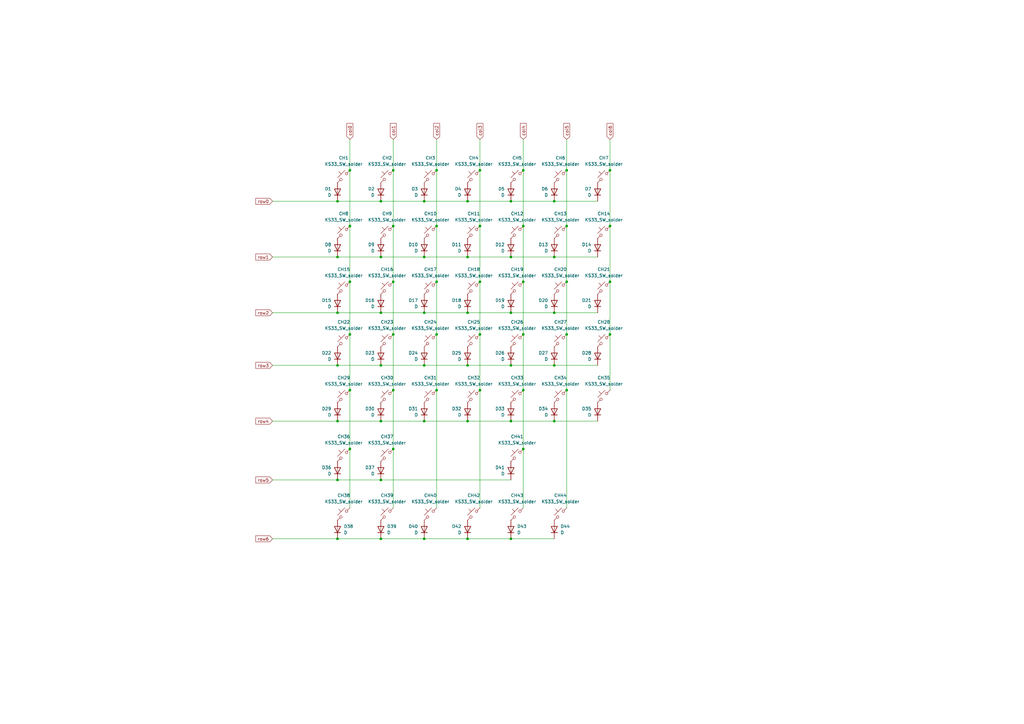
<source format=kicad_sch>
(kicad_sch (version 20250114) (generator "eeschema") (generator_version "9.0")
  (paper "A3")
  (lib_symbols
    (symbol "Device:D" (pin_numbers (hide yes)) (pin_names (offset 1.016) (hide yes))
      (property "Reference" "D" (at 0 2.54 0))
      (property "Value" "D" (at 0 -2.54 0))
      (symbol "D_0_1"
        (polyline (pts (xy -1.27 1.27) (xy -1.27 -1.27)) (stroke (width 0.254)))
        (polyline (pts (xy 1.27 1.27) (xy 1.27 -1.27) (xy -1.27 0) (xy 1.27 1.27)) (stroke (width 0.254)))
        (polyline (pts (xy 1.27 0) (xy -1.27 0)))
      )
      (symbol "D_1_1"
        (pin passive line (at -3.81 0 0) (length 2.54) (name "K") (number "1"))
        (pin passive line (at 3.81 0 180) (length 2.54) (name "A") (number "2"))
      )
    )
    (symbol "PCM_marbastlib-choc:choc_v1_SW_HS_CPG135001S30" (pin_numbers (hide yes)) (pin_names (offset 1.016) (hide yes))
      (property "Reference" "CH" (at 3.048 1.016 0))
      (property "Value" "choc_v1_SW_HS" (at 0 -3.81 0))
      (symbol "choc_v1_SW_HS_CPG135001S30_0_1"
        (polyline (pts (xy -2.54 2.54) (xy -1.524 1.524) (xy -1.524 1.524)))
        (circle (center -1.1684 1.1684) (radius 0.508))
        (polyline (pts (xy -0.508 2.54) (xy 2.54 -0.508)))
        (polyline (pts (xy 1.016 1.016) (xy 2.032 2.032)))
        (circle (center 1.143 -1.1938) (radius 0.508))
        (polyline (pts (xy 1.524 -1.524) (xy 2.54 -2.54) (xy 2.54 -2.54) (xy 2.54 -2.54)))
        (pin passive line (at -2.54 2.54 0) (length 0) (name "1") (number "1"))
        (pin passive line (at 2.54 -2.54 180) (length 0) (name "2") (number "2"))
      )
    )
  )
  (junction (at 232.41 92.71))
  (junction (at 138.43 149.86))
  (junction (at 227.33 128.27))
  (junction (at 232.41 137.16))
  (junction (at 227.33 82.55))
  (junction (at 191.77 149.86))
  (junction (at 173.99 105.41))
  (junction (at 196.85 69.85))
  (junction (at 156.21 128.27))
  (junction (at 143.51 160.02))
  (junction (at 138.43 220.98))
  (junction (at 214.63 184.15))
  (junction (at 138.43 82.55))
  (junction (at 156.21 196.85))
  (junction (at 232.41 69.85))
  (junction (at 227.33 172.72))
  (junction (at 250.19 115.57))
  (junction (at 138.43 172.72))
  (junction (at 173.99 82.55))
  (junction (at 138.43 196.85))
  (junction (at 161.29 69.85))
  (junction (at 156.21 220.98))
  (junction (at 214.63 160.02))
  (junction (at 143.51 92.71))
  (junction (at 250.19 69.85))
  (junction (at 196.85 137.16))
  (junction (at 173.99 172.72))
  (junction (at 250.19 92.71))
  (junction (at 214.63 69.85))
  (junction (at 191.77 220.98))
  (junction (at 209.55 220.98))
  (junction (at 179.07 115.57))
  (junction (at 138.43 105.41))
  (junction (at 138.43 128.27))
  (junction (at 191.77 172.72))
  (junction (at 191.77 82.55))
  (junction (at 161.29 92.71))
  (junction (at 227.33 149.86))
  (junction (at 143.51 137.16))
  (junction (at 214.63 92.71))
  (junction (at 161.29 184.15))
  (junction (at 191.77 105.41))
  (junction (at 196.85 92.71))
  (junction (at 250.19 137.16))
  (junction (at 173.99 149.86))
  (junction (at 173.99 220.98))
  (junction (at 161.29 160.02))
  (junction (at 227.33 105.41))
  (junction (at 232.41 160.02))
  (junction (at 173.99 128.27))
  (junction (at 209.55 149.86))
  (junction (at 179.07 92.71))
  (junction (at 179.07 137.16))
  (junction (at 232.41 115.57))
  (junction (at 156.21 149.86))
  (junction (at 214.63 137.16))
  (junction (at 209.55 105.41))
  (junction (at 179.07 69.85))
  (junction (at 209.55 172.72))
  (junction (at 156.21 82.55))
  (junction (at 209.55 82.55))
  (junction (at 156.21 172.72))
  (junction (at 196.85 160.02))
  (junction (at 191.77 128.27))
  (junction (at 143.51 115.57))
  (junction (at 156.21 105.41))
  (junction (at 143.51 69.85))
  (junction (at 196.85 115.57))
  (junction (at 209.55 128.27))
  (junction (at 143.51 184.15))
  (junction (at 214.63 115.57))
  (junction (at 161.29 137.16))
  (junction (at 179.07 160.02))
  (junction (at 161.29 115.57))
  (wire (pts (xy 143.51 184.15) (xy 143.51 208.28)))
  (wire (pts (xy 196.85 92.71) (xy 196.85 115.57)))
  (wire (pts (xy 179.07 160.02) (xy 179.07 208.28)))
  (wire (pts (xy 161.29 137.16) (xy 161.29 160.02)))
  (wire (pts (xy 179.07 137.16) (xy 179.07 160.02)))
  (wire (pts (xy 227.33 149.86) (xy 209.55 149.86)))
  (wire (pts (xy 179.07 115.57) (xy 179.07 137.16)))
  (wire (pts (xy 191.77 220.98) (xy 209.55 220.98)))
  (wire (pts (xy 143.51 69.85) (xy 143.51 92.71)))
  (wire (pts (xy 245.11 105.41) (xy 227.33 105.41)))
  (wire (pts (xy 111.76 128.27) (xy 138.43 128.27)))
  (wire (pts (xy 245.11 149.86) (xy 227.33 149.86)))
  (wire (pts (xy 111.76 82.55) (xy 138.43 82.55)))
  (wire (pts (xy 156.21 220.98) (xy 138.43 220.98)))
  (wire (pts (xy 214.63 69.85) (xy 214.63 92.71)))
  (wire (pts (xy 214.63 92.71) (xy 214.63 115.57)))
  (wire (pts (xy 179.07 92.71) (xy 179.07 115.57)))
  (wire (pts (xy 214.63 137.16) (xy 214.63 160.02)))
  (wire (pts (xy 232.41 92.71) (xy 232.41 115.57)))
  (wire (pts (xy 111.76 105.41) (xy 138.43 105.41)))
  (wire (pts (xy 209.55 82.55) (xy 191.77 82.55)))
  (wire (pts (xy 161.29 92.71) (xy 161.29 115.57)))
  (wire (pts (xy 156.21 172.72) (xy 138.43 172.72)))
  (wire (pts (xy 232.41 115.57) (xy 232.41 137.16)))
  (wire (pts (xy 173.99 149.86) (xy 156.21 149.86)))
  (wire (pts (xy 156.21 149.86) (xy 138.43 149.86)))
  (wire (pts (xy 161.29 115.57) (xy 161.29 137.16)))
  (wire (pts (xy 250.19 92.71) (xy 250.19 115.57)))
  (wire (pts (xy 191.77 172.72) (xy 173.99 172.72)))
  (wire (pts (xy 245.11 172.72) (xy 227.33 172.72)))
  (wire (pts (xy 156.21 196.85) (xy 138.43 196.85)))
  (wire (pts (xy 209.55 172.72) (xy 191.77 172.72)))
  (wire (pts (xy 214.63 160.02) (xy 214.63 184.15)))
  (wire (pts (xy 227.33 82.55) (xy 209.55 82.55)))
  (wire (pts (xy 209.55 105.41) (xy 191.77 105.41)))
  (wire (pts (xy 191.77 82.55) (xy 173.99 82.55)))
  (wire (pts (xy 232.41 69.85) (xy 232.41 92.71)))
  (wire (pts (xy 156.21 82.55) (xy 138.43 82.55)))
  (wire (pts (xy 209.55 220.98) (xy 227.33 220.98)))
  (wire (pts (xy 173.99 105.41) (xy 156.21 105.41)))
  (wire (pts (xy 214.63 184.15) (xy 214.63 208.28)))
  (wire (pts (xy 179.07 57.15) (xy 179.07 69.85)))
  (wire (pts (xy 250.19 57.15) (xy 250.19 69.85)))
  (wire (pts (xy 227.33 105.41) (xy 209.55 105.41)))
  (wire (pts (xy 232.41 137.16) (xy 232.41 160.02)))
  (wire (pts (xy 143.51 92.71) (xy 143.51 115.57)))
  (wire (pts (xy 250.19 69.85) (xy 250.19 92.71)))
  (wire (pts (xy 161.29 69.85) (xy 161.29 92.71)))
  (wire (pts (xy 156.21 105.41) (xy 138.43 105.41)))
  (wire (pts (xy 191.77 149.86) (xy 173.99 149.86)))
  (wire (pts (xy 173.99 82.55) (xy 156.21 82.55)))
  (wire (pts (xy 143.51 115.57) (xy 143.51 137.16)))
  (wire (pts (xy 161.29 57.15) (xy 161.29 69.85)))
  (wire (pts (xy 191.77 105.41) (xy 173.99 105.41)))
  (wire (pts (xy 214.63 115.57) (xy 214.63 137.16)))
  (wire (pts (xy 196.85 137.16) (xy 196.85 160.02)))
  (wire (pts (xy 156.21 220.98) (xy 173.99 220.98)))
  (wire (pts (xy 111.76 196.85) (xy 138.43 196.85)))
  (wire (pts (xy 209.55 149.86) (xy 191.77 149.86)))
  (wire (pts (xy 250.19 137.16) (xy 250.19 160.02)))
  (wire (pts (xy 196.85 160.02) (xy 196.85 208.28)))
  (wire (pts (xy 111.76 172.72) (xy 138.43 172.72)))
  (wire (pts (xy 143.51 137.16) (xy 143.51 160.02)))
  (wire (pts (xy 196.85 57.15) (xy 196.85 69.85)))
  (wire (pts (xy 227.33 172.72) (xy 209.55 172.72)))
  (wire (pts (xy 173.99 220.98) (xy 191.77 220.98)))
  (wire (pts (xy 191.77 128.27) (xy 173.99 128.27)))
  (wire (pts (xy 245.11 128.27) (xy 227.33 128.27)))
  (wire (pts (xy 173.99 128.27) (xy 156.21 128.27)))
  (wire (pts (xy 156.21 196.85) (xy 209.55 196.85)))
  (wire (pts (xy 143.51 160.02) (xy 143.51 184.15)))
  (wire (pts (xy 245.11 82.55) (xy 227.33 82.55)))
  (wire (pts (xy 250.19 115.57) (xy 250.19 137.16)))
  (wire (pts (xy 196.85 69.85) (xy 196.85 92.71)))
  (wire (pts (xy 161.29 160.02) (xy 161.29 184.15)))
  (wire (pts (xy 156.21 128.27) (xy 138.43 128.27)))
  (wire (pts (xy 143.51 57.15) (xy 143.51 69.85)))
  (wire (pts (xy 179.07 69.85) (xy 179.07 92.71)))
  (wire (pts (xy 232.41 160.02) (xy 232.41 208.28)))
  (wire (pts (xy 214.63 57.15) (xy 214.63 69.85)))
  (wire (pts (xy 111.76 220.98) (xy 138.43 220.98)))
  (wire (pts (xy 232.41 57.15) (xy 232.41 69.85)))
  (wire (pts (xy 196.85 115.57) (xy 196.85 137.16)))
  (wire (pts (xy 173.99 172.72) (xy 156.21 172.72)))
  (wire (pts (xy 161.29 184.15) (xy 161.29 208.28)))
  (wire (pts (xy 111.76 149.86) (xy 138.43 149.86)))
  (wire (pts (xy 209.55 128.27) (xy 191.77 128.27)))
  (wire (pts (xy 227.33 128.27) (xy 209.55 128.27)))
  (global_label "col2" (shape input) (at 179.07 57.15 90) (property "Intersheetrefs" "${INTERSHEET_REFS}" (effects (hide yes))))
  (global_label "col1" (shape input) (at 161.29 57.15 90) (property "Intersheetrefs" "${INTERSHEET_REFS}" (effects (hide yes))))
  (global_label "row4" (shape input) (at 111.76 172.72 180) (property "Intersheetrefs" "${INTERSHEET_REFS}" (effects (hide yes))))
  (global_label "row0" (shape input) (at 111.76 82.55 180) (property "Intersheetrefs" "${INTERSHEET_REFS}" (effects (hide yes))))
  (global_label "row6" (shape input) (at 111.76 220.98 180) (property "Intersheetrefs" "${INTERSHEET_REFS}" (effects (hide yes))))
  (global_label "col6" (shape input) (at 250.19 57.15 90) (property "Intersheetrefs" "${INTERSHEET_REFS}" (effects (hide yes))))
  (global_label "row3" (shape input) (at 111.76 149.86 180) (property "Intersheetrefs" "${INTERSHEET_REFS}" (effects (hide yes))))
  (global_label "col4" (shape input) (at 214.63 57.15 90) (property "Intersheetrefs" "${INTERSHEET_REFS}" (effects (hide yes))))
  (global_label "col3" (shape input) (at 196.85 57.15 90) (property "Intersheetrefs" "${INTERSHEET_REFS}" (effects (hide yes))))
  (global_label "row2" (shape input) (at 111.76 128.27 180) (property "Intersheetrefs" "${INTERSHEET_REFS}" (effects (hide yes))))
  (global_label "col0" (shape input) (at 143.51 57.15 90) (property "Intersheetrefs" "${INTERSHEET_REFS}" (effects (hide yes))))
  (global_label "row5" (shape input) (at 111.76 196.85 180) (property "Intersheetrefs" "${INTERSHEET_REFS}" (effects (hide yes))))
  (global_label "row1" (shape input) (at 111.76 105.41 180) (property "Intersheetrefs" "${INTERSHEET_REFS}" (effects (hide yes))))
  (global_label "col5" (shape input) (at 232.41 57.15 90) (property "Intersheetrefs" "${INTERSHEET_REFS}" (effects (hide yes))))
  (symbol (lib_id "Device:D") (at 227.33 124.46 270) (mirror x) (unit 1)
    (property "Reference" "D20" (at 224.79 123.1899 90) (effects (justify right)))
    (property "Value" "D" (at 224.79 125.7299 90) (effects (justify right)))
    (property "Footprint" "Diode_SMD:D_SOD-123" (effects (hide yes)))
    (property "Description" "Diode" (effects (hide yes)))
    (property "Sim.Device" "D" (effects (hide yes)))
    (property "Sim.Pins" "1=K 2=A" (effects (hide yes)))
  )
  (symbol (lib_id "PCM_marbastlib-choc:choc_v1_SW_HS_CPG135001S30") (at 212.09 210.82 0) (mirror y) (unit 1)
    (property "Reference" "CH43" (at 212.09 203.2 0))
    (property "Value" "KS33_SW_solder" (at 212.09 205.74 0))
    (property "Footprint" "ModHob:KS33_Choc-v2_HS_1U" (effects (hide yes)))
    (property "Description" "Push button switch, normally open, two pins, 45° tilted" (effects (hide yes)))
  )
  (symbol (lib_id "Device:D") (at 209.55 168.91 270) (mirror x) (unit 1)
    (property "Reference" "D33" (at 207.01 167.6399 90) (effects (justify right)))
    (property "Value" "D" (at 207.01 170.1799 90) (effects (justify right)))
    (property "Footprint" "Diode_SMD:D_SOD-123" (effects (hide yes)))
    (property "Description" "Diode" (effects (hide yes)))
    (property "Sim.Device" "D" (effects (hide yes)))
    (property "Sim.Pins" "1=K 2=A" (effects (hide yes)))
  )
  (symbol (lib_id "PCM_marbastlib-choc:choc_v1_SW_HS_CPG135001S30") (at 247.65 162.56 0) (mirror y) (unit 1)
    (property "Reference" "CH35" (at 247.65 154.94 0))
    (property "Value" "KS33_SW_solder" (at 247.65 157.48 0))
    (property "Footprint" "ModHob:KS33_Choc-v2_HS_1.5U" (effects (hide yes)))
    (property "Description" "Push button switch, normally open, two pins, 45° tilted" (effects (hide yes)))
  )
  (symbol (lib_id "Device:D") (at 156.21 146.05 270) (mirror x) (unit 1)
    (property "Reference" "D23" (at 153.67 144.7799 90) (effects (justify right)))
    (property "Value" "D" (at 153.67 147.3199 90) (effects (justify right)))
    (property "Footprint" "Diode_SMD:D_SOD-123" (effects (hide yes)))
    (property "Description" "Diode" (effects (hide yes)))
    (property "Sim.Device" "D" (effects (hide yes)))
    (property "Sim.Pins" "1=K 2=A" (effects (hide yes)))
  )
  (symbol (lib_id "Device:D") (at 191.77 146.05 270) (mirror x) (unit 1)
    (property "Reference" "D25" (at 189.23 144.7799 90) (effects (justify right)))
    (property "Value" "D" (at 189.23 147.3199 90) (effects (justify right)))
    (property "Footprint" "Diode_SMD:D_SOD-123" (effects (hide yes)))
    (property "Description" "Diode" (effects (hide yes)))
    (property "Sim.Device" "D" (effects (hide yes)))
    (property "Sim.Pins" "1=K 2=A" (effects (hide yes)))
  )
  (symbol (lib_id "PCM_marbastlib-choc:choc_v1_SW_HS_CPG135001S30") (at 194.31 210.82 0) (mirror y) (unit 1)
    (property "Reference" "CH42" (at 194.31 203.2 0))
    (property "Value" "KS33_SW_solder" (at 194.31 205.74 0))
    (property "Footprint" "ModHob:KS33_Choc-v2_HS_1.5U" (effects (hide yes)))
    (property "Description" "Push button switch, normally open, two pins, 45° tilted" (effects (hide yes)))
  )
  (symbol (lib_id "PCM_marbastlib-choc:choc_v1_SW_HS_CPG135001S30") (at 140.97 210.82 0) (mirror y) (unit 1)
    (property "Reference" "CH38" (at 140.97 203.2 0))
    (property "Value" "KS33_SW_solder" (at 140.97 205.74 0))
    (property "Footprint" "ModHob:KS33_Choc-v2_HS_1U" (effects (hide yes)))
    (property "Description" "Push button switch, normally open, two pins, 45° tilted" (effects (hide yes)))
  )
  (symbol (lib_id "PCM_marbastlib-choc:choc_v1_SW_HS_CPG135001S30") (at 158.75 95.25 0) (mirror y) (unit 1)
    (property "Reference" "CH9" (at 158.75 87.63 0))
    (property "Value" "KS33_SW_solder" (at 158.75 90.17 0))
    (property "Footprint" "ModHob:KS33_Choc-v2_HS_1U" (effects (hide yes)))
    (property "Description" "Push button switch, normally open, two pins, 45° tilted" (effects (hide yes)))
  )
  (symbol (lib_id "Device:D") (at 191.77 124.46 270) (mirror x) (unit 1)
    (property "Reference" "D18" (at 189.23 123.1899 90) (effects (justify right)))
    (property "Value" "D" (at 189.23 125.7299 90) (effects (justify right)))
    (property "Footprint" "Diode_SMD:D_SOD-123" (effects (hide yes)))
    (property "Description" "Diode" (effects (hide yes)))
    (property "Sim.Device" "D" (effects (hide yes)))
    (property "Sim.Pins" "1=K 2=A" (effects (hide yes)))
  )
  (symbol (lib_id "Device:D") (at 227.33 101.6 270) (mirror x) (unit 1)
    (property "Reference" "D13" (at 224.79 100.3299 90) (effects (justify right)))
    (property "Value" "D" (at 224.79 102.8699 90) (effects (justify right)))
    (property "Footprint" "Diode_SMD:D_SOD-123" (effects (hide yes)))
    (property "Description" "Diode" (effects (hide yes)))
    (property "Sim.Device" "D" (effects (hide yes)))
    (property "Sim.Pins" "1=K 2=A" (effects (hide yes)))
  )
  (symbol (lib_id "Device:D") (at 138.43 78.74 270) (mirror x) (unit 1)
    (property "Reference" "D1" (at 135.89 77.4699 90) (effects (justify right)))
    (property "Value" "D" (at 135.89 80.0099 90) (effects (justify right)))
    (property "Footprint" "Diode_SMD:D_SOD-123" (effects (hide yes)))
    (property "Description" "Diode" (effects (hide yes)))
    (property "Sim.Device" "D" (effects (hide yes)))
    (property "Sim.Pins" "1=K 2=A" (effects (hide yes)))
  )
  (symbol (lib_id "PCM_marbastlib-choc:choc_v1_SW_HS_CPG135001S30") (at 212.09 118.11 0) (mirror y) (unit 1)
    (property "Reference" "CH19" (at 212.09 110.49 0))
    (property "Value" "KS33_SW_solder" (at 212.09 113.03 0))
    (property "Footprint" "ModHob:KS33_Choc-v2_HS_1U" (effects (hide yes)))
    (property "Description" "Push button switch, normally open, two pins, 45° tilted" (effects (hide yes)))
  )
  (symbol (lib_id "Device:D") (at 227.33 168.91 270) (mirror x) (unit 1)
    (property "Reference" "D34" (at 224.79 167.6399 90) (effects (justify right)))
    (property "Value" "D" (at 224.79 170.1799 90) (effects (justify right)))
    (property "Footprint" "Diode_SMD:D_SOD-123" (effects (hide yes)))
    (property "Description" "Diode" (effects (hide yes)))
    (property "Sim.Device" "D" (effects (hide yes)))
    (property "Sim.Pins" "1=K 2=A" (effects (hide yes)))
  )
  (symbol (lib_id "PCM_marbastlib-choc:choc_v1_SW_HS_CPG135001S30") (at 229.87 95.25 0) (mirror y) (unit 1)
    (property "Reference" "CH13" (at 229.87 87.63 0))
    (property "Value" "KS33_SW_solder" (at 229.87 90.17 0))
    (property "Footprint" "ModHob:KS33_Choc-v2_HS_1U" (effects (hide yes)))
    (property "Description" "Push button switch, normally open, two pins, 45° tilted" (effects (hide yes)))
  )
  (symbol (lib_id "Device:D") (at 156.21 101.6 270) (mirror x) (unit 1)
    (property "Reference" "D9" (at 153.67 100.3299 90) (effects (justify right)))
    (property "Value" "D" (at 153.67 102.8699 90) (effects (justify right)))
    (property "Footprint" "Diode_SMD:D_SOD-123" (effects (hide yes)))
    (property "Description" "Diode" (effects (hide yes)))
    (property "Sim.Device" "D" (effects (hide yes)))
    (property "Sim.Pins" "1=K 2=A" (effects (hide yes)))
  )
  (symbol (lib_id "PCM_marbastlib-choc:choc_v1_SW_HS_CPG135001S30") (at 158.75 139.7 0) (mirror y) (unit 1)
    (property "Reference" "CH23" (at 158.75 132.08 0))
    (property "Value" "KS33_SW_solder" (at 158.75 134.62 0))
    (property "Footprint" "ModHob:KS33_Choc-v2_HS_1U" (effects (hide yes)))
    (property "Description" "Push button switch, normally open, two pins, 45° tilted" (effects (hide yes)))
  )
  (symbol (lib_id "PCM_marbastlib-choc:choc_v1_SW_HS_CPG135001S30") (at 158.75 210.82 0) (mirror y) (unit 1)
    (property "Reference" "CH39" (at 158.75 203.2 0))
    (property "Value" "KS33_SW_solder" (at 158.75 205.74 0))
    (property "Footprint" "ModHob:KS33_Choc-v2_HS_1U" (effects (hide yes)))
    (property "Description" "Push button switch, normally open, two pins, 45° tilted" (effects (hide yes)))
  )
  (symbol (lib_id "PCM_marbastlib-choc:choc_v1_SW_HS_CPG135001S30") (at 158.75 162.56 0) (mirror y) (unit 1)
    (property "Reference" "CH30" (at 158.75 154.94 0))
    (property "Value" "KS33_SW_solder" (at 158.75 157.48 0))
    (property "Footprint" "ModHob:KS33_Choc-v2_HS_1U" (effects (hide yes)))
    (property "Description" "Push button switch, normally open, two pins, 45° tilted" (effects (hide yes)))
  )
  (symbol (lib_id "Device:D") (at 138.43 146.05 270) (mirror x) (unit 1)
    (property "Reference" "D22" (at 135.89 144.7799 90) (effects (justify right)))
    (property "Value" "D" (at 135.89 147.3199 90) (effects (justify right)))
    (property "Footprint" "Diode_SMD:D_SOD-123" (effects (hide yes)))
    (property "Description" "Diode" (effects (hide yes)))
    (property "Sim.Device" "D" (effects (hide yes)))
    (property "Sim.Pins" "1=K 2=A" (effects (hide yes)))
  )
  (symbol (lib_id "PCM_marbastlib-choc:choc_v1_SW_HS_CPG135001S30") (at 194.31 72.39 0) (mirror y) (unit 1)
    (property "Reference" "CH4" (at 194.31 64.77 0))
    (property "Value" "KS33_SW_solder" (at 194.31 67.31 0))
    (property "Footprint" "ModHob:KS33_Choc-v2_HS_1U" (effects (hide yes)))
    (property "Description" "Push button switch, normally open, two pins, 45° tilted" (effects (hide yes)))
  )
  (symbol (lib_id "PCM_marbastlib-choc:choc_v1_SW_HS_CPG135001S30") (at 140.97 139.7 0) (mirror y) (unit 1)
    (property "Reference" "CH22" (at 140.97 132.08 0))
    (property "Value" "KS33_SW_solder" (at 140.97 134.62 0))
    (property "Footprint" "ModHob:KS33_Choc-v2_HS_1U" (effects (hide yes)))
    (property "Description" "Push button switch, normally open, two pins, 45° tilted" (effects (hide yes)))
  )
  (symbol (lib_id "Device:D") (at 245.11 124.46 270) (mirror x) (unit 1)
    (property "Reference" "D21" (at 242.57 123.1899 90) (effects (justify right)))
    (property "Value" "D" (at 242.57 125.7299 90) (effects (justify right)))
    (property "Footprint" "Diode_SMD:D_SOD-123" (effects (hide yes)))
    (property "Description" "Diode" (effects (hide yes)))
    (property "Sim.Device" "D" (effects (hide yes)))
    (property "Sim.Pins" "1=K 2=A" (effects (hide yes)))
  )
  (symbol (lib_id "Device:D") (at 245.11 168.91 270) (mirror x) (unit 1)
    (property "Reference" "D35" (at 242.57 167.6399 90) (effects (justify right)))
    (property "Value" "D" (at 242.57 170.1799 90) (effects (justify right)))
    (property "Footprint" "Diode_SMD:D_SOD-123" (effects (hide yes)))
    (property "Description" "Diode" (effects (hide yes)))
    (property "Sim.Device" "D" (effects (hide yes)))
    (property "Sim.Pins" "1=K 2=A" (effects (hide yes)))
  )
  (symbol (lib_id "Device:D") (at 191.77 101.6 270) (mirror x) (unit 1)
    (property "Reference" "D11" (at 189.23 100.3299 90) (effects (justify right)))
    (property "Value" "D" (at 189.23 102.8699 90) (effects (justify right)))
    (property "Footprint" "Diode_SMD:D_SOD-123" (effects (hide yes)))
    (property "Description" "Diode" (effects (hide yes)))
    (property "Sim.Device" "D" (effects (hide yes)))
    (property "Sim.Pins" "1=K 2=A" (effects (hide yes)))
  )
  (symbol (lib_id "PCM_marbastlib-choc:choc_v1_SW_HS_CPG135001S30") (at 247.65 118.11 0) (mirror y) (unit 1)
    (property "Reference" "CH21" (at 247.65 110.49 0))
    (property "Value" "KS33_SW_solder" (at 247.65 113.03 0))
    (property "Footprint" "ModHob:KS33_Choc-v2_HS_1.5U" (effects (hide yes)))
    (property "Description" "Push button switch, normally open, two pins, 45° tilted" (effects (hide yes)))
  )
  (symbol (lib_id "PCM_marbastlib-choc:choc_v1_SW_HS_CPG135001S30") (at 176.53 139.7 0) (mirror y) (unit 1)
    (property "Reference" "CH24" (at 176.53 132.08 0))
    (property "Value" "KS33_SW_solder" (at 176.53 134.62 0))
    (property "Footprint" "ModHob:KS33_Choc-v2_HS_1U" (effects (hide yes)))
    (property "Description" "Push button switch, normally open, two pins, 45° tilted" (effects (hide yes)))
  )
  (symbol (lib_id "PCM_marbastlib-choc:choc_v1_SW_HS_CPG135001S30") (at 229.87 162.56 0) (mirror y) (unit 1)
    (property "Reference" "CH34" (at 229.87 154.94 0))
    (property "Value" "KS33_SW_solder" (at 229.87 157.48 0))
    (property "Footprint" "ModHob:KS33_Choc-v2_HS_1U" (effects (hide yes)))
    (property "Description" "Push button switch, normally open, two pins, 45° tilted" (effects (hide yes)))
  )
  (symbol (lib_id "PCM_marbastlib-choc:choc_v1_SW_HS_CPG135001S30") (at 158.75 118.11 0) (mirror y) (unit 1)
    (property "Reference" "CH16" (at 158.75 110.49 0))
    (property "Value" "KS33_SW_solder" (at 158.75 113.03 0))
    (property "Footprint" "ModHob:KS33_Choc-v2_HS_1U" (effects (hide yes)))
    (property "Description" "Push button switch, normally open, two pins, 45° tilted" (effects (hide yes)))
  )
  (symbol (lib_id "Device:D") (at 209.55 193.04 270) (mirror x) (unit 1)
    (property "Reference" "D41" (at 207.01 191.7699 90) (effects (justify right)))
    (property "Value" "D" (at 207.01 194.3099 90) (effects (justify right)))
    (property "Footprint" "Diode_SMD:D_SOD-123" (effects (hide yes)))
    (property "Description" "Diode" (effects (hide yes)))
    (property "Sim.Device" "D" (effects (hide yes)))
    (property "Sim.Pins" "1=K 2=A" (effects (hide yes)))
  )
  (symbol (lib_id "Device:D") (at 138.43 168.91 270) (mirror x) (unit 1)
    (property "Reference" "D29" (at 135.89 167.6399 90) (effects (justify right)))
    (property "Value" "D" (at 135.89 170.1799 90) (effects (justify right)))
    (property "Footprint" "Diode_SMD:D_SOD-123" (effects (hide yes)))
    (property "Description" "Diode" (effects (hide yes)))
    (property "Sim.Device" "D" (effects (hide yes)))
    (property "Sim.Pins" "1=K 2=A" (effects (hide yes)))
  )
  (symbol (lib_id "PCM_marbastlib-choc:choc_v1_SW_HS_CPG135001S30") (at 140.97 162.56 0) (mirror y) (unit 1)
    (property "Reference" "CH29" (at 140.97 154.94 0))
    (property "Value" "KS33_SW_solder" (at 140.97 157.48 0))
    (property "Footprint" "ModHob:KS33_Choc-v2_HS_1U" (effects (hide yes)))
    (property "Description" "Push button switch, normally open, two pins, 45° tilted" (effects (hide yes)))
  )
  (symbol (lib_id "PCM_marbastlib-choc:choc_v1_SW_HS_CPG135001S30") (at 229.87 72.39 0) (mirror y) (unit 1)
    (property "Reference" "CH6" (at 229.87 64.77 0))
    (property "Value" "KS33_SW_solder" (at 229.87 67.31 0))
    (property "Footprint" "ModHob:KS33_Choc-v2_HS_1U" (effects (hide yes)))
    (property "Description" "Push button switch, normally open, two pins, 45° tilted" (effects (hide yes)))
  )
  (symbol (lib_id "PCM_marbastlib-choc:choc_v1_SW_HS_CPG135001S30") (at 176.53 210.82 0) (mirror y) (unit 1)
    (property "Reference" "CH40" (at 176.53 203.2 0))
    (property "Value" "KS33_SW_solder" (at 176.53 205.74 0))
    (property "Footprint" "ModHob:KS33_Choc-v2_HS_1.5U" (effects (hide yes)))
    (property "Description" "Push button switch, normally open, two pins, 45° tilted" (effects (hide yes)))
  )
  (symbol (lib_id "PCM_marbastlib-choc:choc_v1_SW_HS_CPG135001S30") (at 247.65 72.39 0) (mirror y) (unit 1)
    (property "Reference" "CH7" (at 247.65 64.77 0))
    (property "Value" "KS33_SW_solder" (at 247.65 67.31 0))
    (property "Footprint" "ModHob:KS33_Choc-v2_HS_1.5U" (effects (hide yes)))
    (property "Description" "Push button switch, normally open, two pins, 45° tilted" (effects (hide yes)))
  )
  (symbol (lib_id "Device:D") (at 227.33 217.17 270) (mirror x) (unit 1)
    (property "Reference" "D44" (at 229.87 215.8999 90) (effects (justify left)))
    (property "Value" "D" (at 229.87 218.4399 90) (effects (justify left)))
    (property "Footprint" "Diode_SMD:D_SOD-123" (effects (hide yes)))
    (property "Description" "Diode" (effects (hide yes)))
    (property "Sim.Device" "D" (effects (hide yes)))
    (property "Sim.Pins" "1=K 2=A" (effects (hide yes)))
  )
  (symbol (lib_id "PCM_marbastlib-choc:choc_v1_SW_HS_CPG135001S30") (at 140.97 186.69 0) (mirror y) (unit 1)
    (property "Reference" "CH36" (at 140.97 179.07 0))
    (property "Value" "KS33_SW_solder" (at 140.97 181.61 0))
    (property "Footprint" "ModHob:KS33_Choc-v2_HS_1U" (effects (hide yes)))
    (property "Description" "Push button switch, normally open, two pins, 45° tilted" (effects (hide yes)))
  )
  (symbol (lib_id "Device:D") (at 245.11 146.05 270) (mirror x) (unit 1)
    (property "Reference" "D28" (at 242.57 144.7799 90) (effects (justify right)))
    (property "Value" "D" (at 242.57 147.3199 90) (effects (justify right)))
    (property "Footprint" "Diode_SMD:D_SOD-123" (effects (hide yes)))
    (property "Description" "Diode" (effects (hide yes)))
    (property "Sim.Device" "D" (effects (hide yes)))
    (property "Sim.Pins" "1=K 2=A" (effects (hide yes)))
  )
  (symbol (lib_id "Device:D") (at 209.55 101.6 270) (mirror x) (unit 1)
    (property "Reference" "D12" (at 207.01 100.3299 90) (effects (justify right)))
    (property "Value" "D" (at 207.01 102.8699 90) (effects (justify right)))
    (property "Footprint" "Diode_SMD:D_SOD-123" (effects (hide yes)))
    (property "Description" "Diode" (effects (hide yes)))
    (property "Sim.Device" "D" (effects (hide yes)))
    (property "Sim.Pins" "1=K 2=A" (effects (hide yes)))
  )
  (symbol (lib_id "Device:D") (at 173.99 168.91 270) (mirror x) (unit 1)
    (property "Reference" "D31" (at 171.45 167.6399 90) (effects (justify right)))
    (property "Value" "D" (at 171.45 170.1799 90) (effects (justify right)))
    (property "Footprint" "Diode_SMD:D_SOD-123" (effects (hide yes)))
    (property "Description" "Diode" (effects (hide yes)))
    (property "Sim.Device" "D" (effects (hide yes)))
    (property "Sim.Pins" "1=K 2=A" (effects (hide yes)))
  )
  (symbol (lib_id "PCM_marbastlib-choc:choc_v1_SW_HS_CPG135001S30") (at 176.53 118.11 0) (mirror y) (unit 1)
    (property "Reference" "CH17" (at 176.53 110.49 0))
    (property "Value" "KS33_SW_solder" (at 176.53 113.03 0))
    (property "Footprint" "ModHob:KS33_Choc-v2_HS_1U" (effects (hide yes)))
    (property "Description" "Push button switch, normally open, two pins, 45° tilted" (effects (hide yes)))
  )
  (symbol (lib_id "Device:D") (at 138.43 101.6 270) (mirror x) (unit 1)
    (property "Reference" "D8" (at 135.89 100.3299 90) (effects (justify right)))
    (property "Value" "D" (at 135.89 102.8699 90) (effects (justify right)))
    (property "Footprint" "Diode_SMD:D_SOD-123" (effects (hide yes)))
    (property "Description" "Diode" (effects (hide yes)))
    (property "Sim.Device" "D" (effects (hide yes)))
    (property "Sim.Pins" "1=K 2=A" (effects (hide yes)))
  )
  (symbol (lib_id "PCM_marbastlib-choc:choc_v1_SW_HS_CPG135001S30") (at 140.97 72.39 0) (mirror y) (unit 1)
    (property "Reference" "CH1" (at 140.97 64.77 0))
    (property "Value" "KS33_SW_solder" (at 140.97 67.31 0))
    (property "Footprint" "ModHob:KS33_Choc-v2_HS_1U" (effects (hide yes)))
    (property "Description" "Push button switch, normally open, two pins, 45° tilted" (effects (hide yes)))
  )
  (symbol (lib_id "PCM_marbastlib-choc:choc_v1_SW_HS_CPG135001S30") (at 194.31 162.56 0) (mirror y) (unit 1)
    (property "Reference" "CH32" (at 194.31 154.94 0))
    (property "Value" "KS33_SW_solder" (at 194.31 157.48 0))
    (property "Footprint" "ModHob:KS33_Choc-v2_HS_1U" (effects (hide yes)))
    (property "Description" "Push button switch, normally open, two pins, 45° tilted" (effects (hide yes)))
  )
  (symbol (lib_id "PCM_marbastlib-choc:choc_v1_SW_HS_CPG135001S30") (at 194.31 118.11 0) (mirror y) (unit 1)
    (property "Reference" "CH18" (at 194.31 110.49 0))
    (property "Value" "KS33_SW_solder" (at 194.31 113.03 0))
    (property "Footprint" "ModHob:KS33_Choc-v2_HS_1U" (effects (hide yes)))
    (property "Description" "Push button switch, normally open, two pins, 45° tilted" (effects (hide yes)))
  )
  (symbol (lib_id "PCM_marbastlib-choc:choc_v1_SW_HS_CPG135001S30") (at 176.53 95.25 0) (mirror y) (unit 1)
    (property "Reference" "CH10" (at 176.53 87.63 0))
    (property "Value" "KS33_SW_solder" (at 176.53 90.17 0))
    (property "Footprint" "ModHob:KS33_Choc-v2_HS_1U" (effects (hide yes)))
    (property "Description" "Push button switch, normally open, two pins, 45° tilted" (effects (hide yes)))
  )
  (symbol (lib_id "Device:D") (at 191.77 168.91 270) (mirror x) (unit 1)
    (property "Reference" "D32" (at 189.23 167.6399 90) (effects (justify right)))
    (property "Value" "D" (at 189.23 170.1799 90) (effects (justify right)))
    (property "Footprint" "Diode_SMD:D_SOD-123" (effects (hide yes)))
    (property "Description" "Diode" (effects (hide yes)))
    (property "Sim.Device" "D" (effects (hide yes)))
    (property "Sim.Pins" "1=K 2=A" (effects (hide yes)))
  )
  (symbol (lib_id "Device:D") (at 156.21 168.91 270) (mirror x) (unit 1)
    (property "Reference" "D30" (at 153.67 167.6399 90) (effects (justify right)))
    (property "Value" "D" (at 153.67 170.1799 90) (effects (justify right)))
    (property "Footprint" "Diode_SMD:D_SOD-123" (effects (hide yes)))
    (property "Description" "Diode" (effects (hide yes)))
    (property "Sim.Device" "D" (effects (hide yes)))
    (property "Sim.Pins" "1=K 2=A" (effects (hide yes)))
  )
  (symbol (lib_id "Device:D") (at 227.33 146.05 270) (mirror x) (unit 1)
    (property "Reference" "D27" (at 224.79 144.7799 90) (effects (justify right)))
    (property "Value" "D" (at 224.79 147.3199 90) (effects (justify right)))
    (property "Footprint" "Diode_SMD:D_SOD-123" (effects (hide yes)))
    (property "Description" "Diode" (effects (hide yes)))
    (property "Sim.Device" "D" (effects (hide yes)))
    (property "Sim.Pins" "1=K 2=A" (effects (hide yes)))
  )
  (symbol (lib_id "Device:D") (at 209.55 217.17 270) (mirror x) (unit 1)
    (property "Reference" "D43" (at 212.09 215.8999 90) (effects (justify left)))
    (property "Value" "D" (at 212.09 218.4399 90) (effects (justify left)))
    (property "Footprint" "Diode_SMD:D_SOD-123" (effects (hide yes)))
    (property "Description" "Diode" (effects (hide yes)))
    (property "Sim.Device" "D" (effects (hide yes)))
    (property "Sim.Pins" "1=K 2=A" (effects (hide yes)))
  )
  (symbol (lib_id "Device:D") (at 209.55 124.46 270) (mirror x) (unit 1)
    (property "Reference" "D19" (at 207.01 123.1899 90) (effects (justify right)))
    (property "Value" "D" (at 207.01 125.7299 90) (effects (justify right)))
    (property "Footprint" "Diode_SMD:D_SOD-123" (effects (hide yes)))
    (property "Description" "Diode" (effects (hide yes)))
    (property "Sim.Device" "D" (effects (hide yes)))
    (property "Sim.Pins" "1=K 2=A" (effects (hide yes)))
  )
  (symbol (lib_id "Device:D") (at 173.99 146.05 270) (mirror x) (unit 1)
    (property "Reference" "D24" (at 171.45 144.7799 90) (effects (justify right)))
    (property "Value" "D" (at 171.45 147.3199 90) (effects (justify right)))
    (property "Footprint" "Diode_SMD:D_SOD-123" (effects (hide yes)))
    (property "Description" "Diode" (effects (hide yes)))
    (property "Sim.Device" "D" (effects (hide yes)))
    (property "Sim.Pins" "1=K 2=A" (effects (hide yes)))
  )
  (symbol (lib_id "Device:D") (at 245.11 78.74 270) (mirror x) (unit 1)
    (property "Reference" "D7" (at 242.57 77.4699 90) (effects (justify right)))
    (property "Value" "D" (at 242.57 80.0099 90) (effects (justify right)))
    (property "Footprint" "Diode_SMD:D_SOD-123" (effects (hide yes)))
    (property "Description" "Diode" (effects (hide yes)))
    (property "Sim.Device" "D" (effects (hide yes)))
    (property "Sim.Pins" "1=K 2=A" (effects (hide yes)))
  )
  (symbol (lib_id "PCM_marbastlib-choc:choc_v1_SW_HS_CPG135001S30") (at 229.87 139.7 0) (mirror y) (unit 1)
    (property "Reference" "CH27" (at 229.87 132.08 0))
    (property "Value" "KS33_SW_solder" (at 229.87 134.62 0))
    (property "Footprint" "ModHob:KS33_Choc-v2_HS_1U" (effects (hide yes)))
    (property "Description" "Push button switch, normally open, two pins, 45° tilted" (effects (hide yes)))
  )
  (symbol (lib_id "Device:D") (at 156.21 78.74 270) (mirror x) (unit 1)
    (property "Reference" "D2" (at 153.67 77.4699 90) (effects (justify right)))
    (property "Value" "D" (at 153.67 80.0099 90) (effects (justify right)))
    (property "Footprint" "Diode_SMD:D_SOD-123" (effects (hide yes)))
    (property "Description" "Diode" (effects (hide yes)))
    (property "Sim.Device" "D" (effects (hide yes)))
    (property "Sim.Pins" "1=K 2=A" (effects (hide yes)))
  )
  (symbol (lib_id "PCM_marbastlib-choc:choc_v1_SW_HS_CPG135001S30") (at 194.31 139.7 0) (mirror y) (unit 1)
    (property "Reference" "CH25" (at 194.31 132.08 0))
    (property "Value" "KS33_SW_solder" (at 194.31 134.62 0))
    (property "Footprint" "ModHob:KS33_Choc-v2_HS_1U" (effects (hide yes)))
    (property "Description" "Push button switch, normally open, two pins, 45° tilted" (effects (hide yes)))
  )
  (symbol (lib_id "Device:D") (at 173.99 101.6 270) (mirror x) (unit 1)
    (property "Reference" "D10" (at 171.45 100.3299 90) (effects (justify right)))
    (property "Value" "D" (at 171.45 102.8699 90) (effects (justify right)))
    (property "Footprint" "Diode_SMD:D_SOD-123" (effects (hide yes)))
    (property "Description" "Diode" (effects (hide yes)))
    (property "Sim.Device" "D" (effects (hide yes)))
    (property "Sim.Pins" "1=K 2=A" (effects (hide yes)))
  )
  (symbol (lib_id "Device:D") (at 227.33 78.74 270) (mirror x) (unit 1)
    (property "Reference" "D6" (at 224.79 77.4699 90) (effects (justify right)))
    (property "Value" "D" (at 224.79 80.0099 90) (effects (justify right)))
    (property "Footprint" "Diode_SMD:D_SOD-123" (effects (hide yes)))
    (property "Description" "Diode" (effects (hide yes)))
    (property "Sim.Device" "D" (effects (hide yes)))
    (property "Sim.Pins" "1=K 2=A" (effects (hide yes)))
  )
  (symbol (lib_id "Device:D") (at 173.99 78.74 270) (mirror x) (unit 1)
    (property "Reference" "D3" (at 171.45 77.4699 90) (effects (justify right)))
    (property "Value" "D" (at 171.45 80.0099 90) (effects (justify right)))
    (property "Footprint" "Diode_SMD:D_SOD-123" (effects (hide yes)))
    (property "Description" "Diode" (effects (hide yes)))
    (property "Sim.Device" "D" (effects (hide yes)))
    (property "Sim.Pins" "1=K 2=A" (effects (hide yes)))
  )
  (symbol (lib_id "Device:D") (at 138.43 124.46 270) (mirror x) (unit 1)
    (property "Reference" "D15" (at 135.89 123.1899 90) (effects (justify right)))
    (property "Value" "D" (at 135.89 125.7299 90) (effects (justify right)))
    (property "Footprint" "Diode_SMD:D_SOD-123" (effects (hide yes)))
    (property "Description" "Diode" (effects (hide yes)))
    (property "Sim.Device" "D" (effects (hide yes)))
    (property "Sim.Pins" "1=K 2=A" (effects (hide yes)))
  )
  (symbol (lib_id "PCM_marbastlib-choc:choc_v1_SW_HS_CPG135001S30") (at 140.97 95.25 0) (mirror y) (unit 1)
    (property "Reference" "CH8" (at 140.97 87.63 0))
    (property "Value" "KS33_SW_solder" (at 140.97 90.17 0))
    (property "Footprint" "ModHob:KS33_Choc-v2_HS_1U" (effects (hide yes)))
    (property "Description" "Push button switch, normally open, two pins, 45° tilted" (effects (hide yes)))
  )
  (symbol (lib_id "Device:D") (at 209.55 78.74 270) (mirror x) (unit 1)
    (property "Reference" "D5" (at 207.01 77.4699 90) (effects (justify right)))
    (property "Value" "D" (at 207.01 80.0099 90) (effects (justify right)))
    (property "Footprint" "Diode_SMD:D_SOD-123" (effects (hide yes)))
    (property "Description" "Diode" (effects (hide yes)))
    (property "Sim.Device" "D" (effects (hide yes)))
    (property "Sim.Pins" "1=K 2=A" (effects (hide yes)))
  )
  (symbol (lib_id "PCM_marbastlib-choc:choc_v1_SW_HS_CPG135001S30") (at 158.75 72.39 0) (mirror y) (unit 1)
    (property "Reference" "CH2" (at 158.75 64.77 0))
    (property "Value" "KS33_SW_solder" (at 158.75 67.31 0))
    (property "Footprint" "ModHob:KS33_Choc-v2_HS_1U" (effects (hide yes)))
    (property "Description" "Push button switch, normally open, two pins, 45° tilted" (effects (hide yes)))
  )
  (symbol (lib_id "PCM_marbastlib-choc:choc_v1_SW_HS_CPG135001S30") (at 229.87 118.11 0) (mirror y) (unit 1)
    (property "Reference" "CH20" (at 229.87 110.49 0))
    (property "Value" "KS33_SW_solder" (at 229.87 113.03 0))
    (property "Footprint" "ModHob:KS33_Choc-v2_HS_1U" (effects (hide yes)))
    (property "Description" "Push button switch, normally open, two pins, 45° tilted" (effects (hide yes)))
  )
  (symbol (lib_id "PCM_marbastlib-choc:choc_v1_SW_HS_CPG135001S30") (at 212.09 72.39 0) (mirror y) (unit 1)
    (property "Reference" "CH5" (at 212.09 64.77 0))
    (property "Value" "KS33_SW_solder" (at 212.09 67.31 0))
    (property "Footprint" "ModHob:KS33_Choc-v2_HS_1U" (effects (hide yes)))
    (property "Description" "Push button switch, normally open, two pins, 45° tilted" (effects (hide yes)))
  )
  (symbol (lib_id "PCM_marbastlib-choc:choc_v1_SW_HS_CPG135001S30") (at 158.75 186.69 0) (mirror y) (unit 1)
    (property "Reference" "CH37" (at 158.75 179.07 0))
    (property "Value" "KS33_SW_solder" (at 158.75 181.61 0))
    (property "Footprint" "ModHob:KS33_Choc-v2_HS_1U" (effects (hide yes)))
    (property "Description" "Push button switch, normally open, two pins, 45° tilted" (effects (hide yes)))
  )
  (symbol (lib_id "Device:D") (at 191.77 78.74 270) (mirror x) (unit 1)
    (property "Reference" "D4" (at 189.23 77.4699 90) (effects (justify right)))
    (property "Value" "D" (at 189.23 80.0099 90) (effects (justify right)))
    (property "Footprint" "Diode_SMD:D_SOD-123" (effects (hide yes)))
    (property "Description" "Diode" (effects (hide yes)))
    (property "Sim.Device" "D" (effects (hide yes)))
    (property "Sim.Pins" "1=K 2=A" (effects (hide yes)))
  )
  (symbol (lib_id "PCM_marbastlib-choc:choc_v1_SW_HS_CPG135001S30") (at 247.65 139.7 0) (mirror y) (unit 1)
    (property "Reference" "CH28" (at 247.65 132.08 0))
    (property "Value" "KS33_SW_solder" (at 247.65 134.62 0))
    (property "Footprint" "ModHob:KS33_Choc-v2_HS_1.5U" (effects (hide yes)))
    (property "Description" "Push button switch, normally open, two pins, 45° tilted" (effects (hide yes)))
  )
  (symbol (lib_id "PCM_marbastlib-choc:choc_v1_SW_HS_CPG135001S30") (at 140.97 118.11 0) (mirror y) (unit 1)
    (property "Reference" "CH15" (at 140.97 110.49 0))
    (property "Value" "KS33_SW_solder" (at 140.97 113.03 0))
    (property "Footprint" "ModHob:KS33_Choc-v2_HS_1U" (effects (hide yes)))
    (property "Description" "Push button switch, normally open, two pins, 45° tilted" (effects (hide yes)))
  )
  (symbol (lib_id "PCM_marbastlib-choc:choc_v1_SW_HS_CPG135001S30") (at 212.09 162.56 0) (mirror y) (unit 1)
    (property "Reference" "CH33" (at 212.09 154.94 0))
    (property "Value" "KS33_SW_solder" (at 212.09 157.48 0))
    (property "Footprint" "ModHob:KS33_Choc-v2_HS_1U" (effects (hide yes)))
    (property "Description" "Push button switch, normally open, two pins, 45° tilted" (effects (hide yes)))
  )
  (symbol (lib_id "PCM_marbastlib-choc:choc_v1_SW_HS_CPG135001S30") (at 176.53 72.39 0) (mirror y) (unit 1)
    (property "Reference" "CH3" (at 176.53 64.77 0))
    (property "Value" "KS33_SW_solder" (at 176.53 67.31 0))
    (property "Footprint" "ModHob:KS33_Choc-v2_HS_1U" (effects (hide yes)))
    (property "Description" "Push button switch, normally open, two pins, 45° tilted" (effects (hide yes)))
  )
  (symbol (lib_id "Device:D") (at 173.99 124.46 270) (mirror x) (unit 1)
    (property "Reference" "D17" (at 171.45 123.1899 90) (effects (justify right)))
    (property "Value" "D" (at 171.45 125.7299 90) (effects (justify right)))
    (property "Footprint" "Diode_SMD:D_SOD-123" (effects (hide yes)))
    (property "Description" "Diode" (effects (hide yes)))
    (property "Sim.Device" "D" (effects (hide yes)))
    (property "Sim.Pins" "1=K 2=A" (effects (hide yes)))
  )
  (symbol (lib_id "PCM_marbastlib-choc:choc_v1_SW_HS_CPG135001S30") (at 212.09 139.7 0) (mirror y) (unit 1)
    (property "Reference" "CH26" (at 212.09 132.08 0))
    (property "Value" "KS33_SW_solder" (at 212.09 134.62 0))
    (property "Footprint" "ModHob:KS33_Choc-v2_HS_1U" (effects (hide yes)))
    (property "Description" "Push button switch, normally open, two pins, 45° tilted" (effects (hide yes)))
  )
  (symbol (lib_id "PCM_marbastlib-choc:choc_v1_SW_HS_CPG135001S30") (at 212.09 186.69 0) (mirror y) (unit 1)
    (property "Reference" "CH41" (at 212.09 179.07 0))
    (property "Value" "KS33_SW_solder" (at 212.09 181.61 0))
    (property "Footprint" "ModHob:KS33_Choc-v2_HS_1.5U" (effects (hide yes)))
    (property "Description" "Push button switch, normally open, two pins, 45° tilted" (effects (hide yes)))
  )
  (symbol (lib_id "PCM_marbastlib-choc:choc_v1_SW_HS_CPG135001S30") (at 229.87 210.82 0) (mirror y) (unit 1)
    (property "Reference" "CH44" (at 229.87 203.2 0))
    (property "Value" "KS33_SW_solder" (at 229.87 205.74 0))
    (property "Footprint" "ModHob:KS33_Choc-v2_HS_1U" (effects (hide yes)))
    (property "Description" "Push button switch, normally open, two pins, 45° tilted" (effects (hide yes)))
  )
  (symbol (lib_id "PCM_marbastlib-choc:choc_v1_SW_HS_CPG135001S30") (at 247.65 95.25 0) (mirror y) (unit 1)
    (property "Reference" "CH14" (at 247.65 87.63 0))
    (property "Value" "KS33_SW_solder" (at 247.65 90.17 0))
    (property "Footprint" "ModHob:KS33_Choc-v2_HS_1.5U" (effects (hide yes)))
    (property "Description" "Push button switch, normally open, two pins, 45° tilted" (effects (hide yes)))
  )
  (symbol (lib_id "PCM_marbastlib-choc:choc_v1_SW_HS_CPG135001S30") (at 194.31 95.25 0) (mirror y) (unit 1)
    (property "Reference" "CH11" (at 194.31 87.63 0))
    (property "Value" "KS33_SW_solder" (at 194.31 90.17 0))
    (property "Footprint" "ModHob:KS33_Choc-v2_HS_1U" (effects (hide yes)))
    (property "Description" "Push button switch, normally open, two pins, 45° tilted" (effects (hide yes)))
  )
  (symbol (lib_id "PCM_marbastlib-choc:choc_v1_SW_HS_CPG135001S30") (at 176.53 162.56 0) (mirror y) (unit 1)
    (property "Reference" "CH31" (at 176.53 154.94 0))
    (property "Value" "KS33_SW_solder" (at 176.53 157.48 0))
    (property "Footprint" "ModHob:KS33_Choc-v2_HS_1U" (effects (hide yes)))
    (property "Description" "Push button switch, normally open, two pins, 45° tilted" (effects (hide yes)))
  )
  (symbol (lib_id "Device:D") (at 209.55 146.05 270) (mirror x) (unit 1)
    (property "Reference" "D26" (at 207.01 144.7799 90) (effects (justify right)))
    (property "Value" "D" (at 207.01 147.3199 90) (effects (justify right)))
    (property "Footprint" "Diode_SMD:D_SOD-123" (effects (hide yes)))
    (property "Description" "Diode" (effects (hide yes)))
    (property "Sim.Device" "D" (effects (hide yes)))
    (property "Sim.Pins" "1=K 2=A" (effects (hide yes)))
  )
  (symbol (lib_id "Device:D") (at 138.43 193.04 270) (mirror x) (unit 1)
    (property "Reference" "D36" (at 135.89 191.7699 90) (effects (justify right)))
    (property "Value" "D" (at 135.89 194.3099 90) (effects (justify right)))
    (property "Footprint" "Diode_SMD:D_SOD-123" (effects (hide yes)))
    (property "Description" "Diode" (effects (hide yes)))
    (property "Sim.Device" "D" (effects (hide yes)))
    (property "Sim.Pins" "1=K 2=A" (effects (hide yes)))
  )
  (symbol (lib_id "PCM_marbastlib-choc:choc_v1_SW_HS_CPG135001S30") (at 212.09 95.25 0) (mirror y) (unit 1)
    (property "Reference" "CH12" (at 212.09 87.63 0))
    (property "Value" "KS33_SW_solder" (at 212.09 90.17 0))
    (property "Footprint" "ModHob:KS33_Choc-v2_HS_1U" (effects (hide yes)))
    (property "Description" "Push button switch, normally open, two pins, 45° tilted" (effects (hide yes)))
  )
  (symbol (lib_id "Device:D") (at 156.21 193.04 270) (mirror x) (unit 1)
    (property "Reference" "D37" (at 153.67 191.7699 90) (effects (justify right)))
    (property "Value" "D" (at 153.67 194.3099 90) (effects (justify right)))
    (property "Footprint" "Diode_SMD:D_SOD-123" (effects (hide yes)))
    (property "Description" "Diode" (effects (hide yes)))
    (property "Sim.Device" "D" (effects (hide yes)))
    (property "Sim.Pins" "1=K 2=A" (effects (hide yes)))
  )
  (symbol (lib_id "Device:D") (at 245.11 101.6 270) (mirror x) (unit 1)
    (property "Reference" "D14" (at 242.57 100.3299 90) (effects (justify right)))
    (property "Value" "D" (at 242.57 102.8699 90) (effects (justify right)))
    (property "Footprint" "Diode_SMD:D_SOD-123" (effects (hide yes)))
    (property "Description" "Diode" (effects (hide yes)))
    (property "Sim.Device" "D" (effects (hide yes)))
    (property "Sim.Pins" "1=K 2=A" (effects (hide yes)))
  )
  (symbol (lib_id "Device:D") (at 138.43 217.17 270) (mirror x) (unit 1)
    (property "Reference" "D38" (at 140.97 215.8999 90) (effects (justify left)))
    (property "Value" "D" (at 140.97 218.4399 90) (effects (justify left)))
    (property "Footprint" "Diode_SMD:D_SOD-123" (effects (hide yes)))
    (property "Description" "Diode" (effects (hide yes)))
    (property "Sim.Device" "D" (effects (hide yes)))
    (property "Sim.Pins" "1=K 2=A" (effects (hide yes)))
  )
  (symbol (lib_id "Device:D") (at 191.77 217.17 270) (mirror x) (unit 1)
    (property "Reference" "D42" (at 189.23 215.8999 90) (effects (justify right)))
    (property "Value" "D" (at 189.23 218.4399 90) (effects (justify right)))
    (property "Footprint" "Diode_SMD:D_SOD-123" (effects (hide yes)))
    (property "Description" "Diode" (effects (hide yes)))
    (property "Sim.Device" "D" (effects (hide yes)))
    (property "Sim.Pins" "1=K 2=A" (effects (hide yes)))
  )
  (symbol (lib_id "Device:D") (at 156.21 124.46 270) (mirror x) (unit 1)
    (property "Reference" "D16" (at 153.67 123.1899 90) (effects (justify right)))
    (property "Value" "D" (at 153.67 125.7299 90) (effects (justify right)))
    (property "Footprint" "Diode_SMD:D_SOD-123" (effects (hide yes)))
    (property "Description" "Diode" (effects (hide yes)))
    (property "Sim.Device" "D" (effects (hide yes)))
    (property "Sim.Pins" "1=K 2=A" (effects (hide yes)))
  )
  (symbol (lib_id "Device:D") (at 173.99 217.17 270) (mirror x) (unit 1)
    (property "Reference" "D40" (at 171.45 215.8999 90) (effects (justify right)))
    (property "Value" "D" (at 171.45 218.4399 90) (effects (justify right)))
    (property "Footprint" "Diode_SMD:D_SOD-123" (effects (hide yes)))
    (property "Description" "Diode" (effects (hide yes)))
    (property "Sim.Device" "D" (effects (hide yes)))
    (property "Sim.Pins" "1=K 2=A" (effects (hide yes)))
  )
  (symbol (lib_id "Device:D") (at 156.21 217.17 270) (mirror x) (unit 1)
    (property "Reference" "D39" (at 158.75 215.8999 90) (effects (justify left)))
    (property "Value" "D" (at 158.75 218.4399 90) (effects (justify left)))
    (property "Footprint" "Diode_SMD:D_SOD-123" (effects (hide yes)))
    (property "Description" "Diode" (effects (hide yes)))
    (property "Sim.Device" "D" (effects (hide yes)))
    (property "Sim.Pins" "1=K 2=A" (effects (hide yes)))
  )
)
</source>
